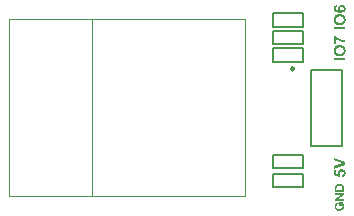
<source format=gto>
G04*
G04 #@! TF.GenerationSoftware,Altium Limited,Altium Designer,22.1.2 (22)*
G04*
G04 Layer_Color=65535*
%FSLAX44Y44*%
%MOMM*%
G71*
G04*
G04 #@! TF.SameCoordinates,9297B7E3-83E3-42CA-A819-2C289E2C524A*
G04*
G04*
G04 #@! TF.FilePolarity,Positive*
G04*
G01*
G75*
%ADD10C,0.2500*%
%ADD11C,0.1000*%
%ADD12C,0.2000*%
G36*
X206337Y61538D02*
X206426D01*
X206537Y61527D01*
X206659Y61516D01*
X206914Y61494D01*
X207181Y61449D01*
X207458Y61382D01*
X207724Y61305D01*
X207736D01*
X207758Y61294D01*
X207802Y61272D01*
X207869Y61249D01*
X207935Y61227D01*
X208013Y61183D01*
X208213Y61094D01*
X208424Y60983D01*
X208657Y60839D01*
X208879Y60672D01*
X209090Y60483D01*
X209112Y60461D01*
X209156Y60406D01*
X209223Y60317D01*
X209312Y60195D01*
X209412Y60039D01*
X209512Y59862D01*
X209611Y59640D01*
X209700Y59396D01*
Y59384D01*
X209711Y59373D01*
Y59340D01*
X209722Y59307D01*
X209745Y59185D01*
X209778Y59029D01*
X209811Y58841D01*
X209834Y58608D01*
X209845Y58330D01*
X209856Y58030D01*
Y55122D01*
X202175D01*
Y58186D01*
X202186Y58274D01*
X202197Y58485D01*
X202208Y58719D01*
X202241Y58963D01*
X202274Y59196D01*
X202330Y59407D01*
Y59418D01*
X202341Y59440D01*
X202352Y59473D01*
X202363Y59518D01*
X202419Y59651D01*
X202496Y59806D01*
X202596Y59984D01*
X202719Y60184D01*
X202863Y60372D01*
X203040Y60561D01*
Y60572D01*
X203063Y60583D01*
X203129Y60639D01*
X203240Y60728D01*
X203384Y60827D01*
X203562Y60950D01*
X203773Y61072D01*
X204017Y61194D01*
X204284Y61294D01*
X204295D01*
X204317Y61305D01*
X204361Y61316D01*
X204417Y61338D01*
X204483Y61349D01*
X204572Y61371D01*
X204672Y61394D01*
X204783Y61427D01*
X204905Y61449D01*
X205049Y61471D01*
X205194Y61494D01*
X205360Y61505D01*
X205704Y61538D01*
X206093Y61549D01*
X206104D01*
X206137D01*
X206182D01*
X206248D01*
X206337Y61538D01*
D02*
G37*
G36*
X209856Y51925D02*
X204794Y48806D01*
X209856D01*
Y47375D01*
X202175D01*
Y48873D01*
X207347Y52048D01*
X202175D01*
Y53479D01*
X209856D01*
Y51925D01*
D02*
G37*
G36*
X208846Y45909D02*
X208868Y45876D01*
X208901Y45843D01*
X208946Y45787D01*
X208990Y45732D01*
X209101Y45576D01*
X209223Y45366D01*
X209367Y45121D01*
X209512Y44844D01*
X209645Y44511D01*
Y44500D01*
X209656Y44466D01*
X209678Y44422D01*
X209700Y44355D01*
X209722Y44267D01*
X209756Y44167D01*
X209789Y44056D01*
X209822Y43934D01*
X209889Y43656D01*
X209944Y43334D01*
X209989Y43001D01*
X210000Y42646D01*
Y42524D01*
X209989Y42446D01*
Y42335D01*
X209978Y42213D01*
X209956Y42080D01*
X209933Y41925D01*
X209878Y41603D01*
X209789Y41247D01*
X209667Y40881D01*
X209589Y40715D01*
X209501Y40537D01*
X209489Y40526D01*
X209478Y40504D01*
X209445Y40448D01*
X209401Y40393D01*
X209356Y40315D01*
X209290Y40237D01*
X209212Y40138D01*
X209123Y40038D01*
X208923Y39816D01*
X208668Y39594D01*
X208379Y39383D01*
X208046Y39194D01*
X208035D01*
X208002Y39172D01*
X207946Y39150D01*
X207880Y39127D01*
X207791Y39094D01*
X207691Y39050D01*
X207569Y39016D01*
X207436Y38972D01*
X207292Y38928D01*
X207125Y38894D01*
X206781Y38817D01*
X206404Y38772D01*
X205993Y38750D01*
X205982D01*
X205937D01*
X205871D01*
X205793Y38761D01*
X205682D01*
X205560Y38772D01*
X205427Y38794D01*
X205271Y38817D01*
X204950Y38872D01*
X204583Y38961D01*
X204217Y39083D01*
X204039Y39161D01*
X203862Y39249D01*
X203851Y39261D01*
X203817Y39272D01*
X203773Y39305D01*
X203706Y39338D01*
X203629Y39394D01*
X203540Y39460D01*
X203440Y39538D01*
X203329Y39616D01*
X203218Y39716D01*
X203096Y39827D01*
X202974Y39949D01*
X202852Y40082D01*
X202741Y40226D01*
X202619Y40371D01*
X202419Y40715D01*
Y40726D01*
X202397Y40748D01*
X202386Y40792D01*
X202352Y40848D01*
X202330Y40925D01*
X202297Y41003D01*
X202263Y41114D01*
X202219Y41225D01*
X202186Y41347D01*
X202152Y41492D01*
X202119Y41647D01*
X202086Y41802D01*
X202041Y42158D01*
X202030Y42557D01*
Y42690D01*
X202041Y42790D01*
X202052Y42912D01*
X202064Y43057D01*
X202075Y43212D01*
X202108Y43379D01*
X202175Y43734D01*
X202286Y44100D01*
X202352Y44289D01*
X202430Y44466D01*
X202519Y44633D01*
X202630Y44788D01*
X202641Y44799D01*
X202652Y44822D01*
X202696Y44866D01*
X202741Y44921D01*
X202796Y44988D01*
X202874Y45055D01*
X202963Y45132D01*
X203063Y45221D01*
X203174Y45310D01*
X203296Y45399D01*
X203429Y45488D01*
X203584Y45565D01*
X203740Y45654D01*
X203906Y45721D01*
X204095Y45787D01*
X204284Y45832D01*
X204572Y44289D01*
X204561D01*
X204550Y44278D01*
X204483Y44255D01*
X204384Y44211D01*
X204250Y44145D01*
X204106Y44067D01*
X203962Y43956D01*
X203817Y43823D01*
X203684Y43667D01*
X203673Y43645D01*
X203629Y43590D01*
X203573Y43490D01*
X203518Y43368D01*
X203451Y43201D01*
X203407Y43012D01*
X203362Y42801D01*
X203351Y42557D01*
Y42457D01*
X203362Y42391D01*
X203373Y42302D01*
X203384Y42202D01*
X203407Y42091D01*
X203429Y41969D01*
X203507Y41714D01*
X203562Y41580D01*
X203629Y41447D01*
X203706Y41314D01*
X203784Y41181D01*
X203895Y41059D01*
X204006Y40937D01*
X204017Y40925D01*
X204039Y40914D01*
X204073Y40881D01*
X204128Y40848D01*
X204195Y40803D01*
X204272Y40748D01*
X204372Y40693D01*
X204483Y40648D01*
X204617Y40593D01*
X204761Y40537D01*
X204916Y40482D01*
X205083Y40437D01*
X205271Y40404D01*
X205482Y40371D01*
X205693Y40360D01*
X205926Y40348D01*
X205937D01*
X205982D01*
X206059D01*
X206148Y40360D01*
X206270Y40371D01*
X206392Y40382D01*
X206548Y40404D01*
X206703Y40426D01*
X207036Y40493D01*
X207380Y40604D01*
X207547Y40670D01*
X207702Y40748D01*
X207858Y40848D01*
X207991Y40948D01*
X208002Y40959D01*
X208024Y40981D01*
X208057Y41014D01*
X208102Y41059D01*
X208146Y41125D01*
X208213Y41192D01*
X208268Y41281D01*
X208335Y41381D01*
X208402Y41492D01*
X208457Y41603D01*
X208568Y41880D01*
X208612Y42035D01*
X208646Y42191D01*
X208668Y42368D01*
X208679Y42546D01*
Y42635D01*
X208668Y42724D01*
X208657Y42857D01*
X208635Y43001D01*
X208601Y43168D01*
X208557Y43345D01*
X208490Y43523D01*
Y43534D01*
X208479Y43545D01*
X208457Y43601D01*
X208413Y43700D01*
X208357Y43811D01*
X208291Y43945D01*
X208213Y44089D01*
X208124Y44233D01*
X208024Y44366D01*
X207036D01*
Y42590D01*
X205738D01*
Y45932D01*
X208823D01*
X208846Y45909D01*
D02*
G37*
G36*
X211067Y80103D02*
Y77974D01*
X201312Y74478D01*
Y76607D01*
X208529Y79088D01*
X201312Y81470D01*
Y83571D01*
X211067Y80103D01*
D02*
G37*
G36*
X207994Y74055D02*
X208106D01*
X208233Y74027D01*
X208374Y74013D01*
X208515Y73985D01*
X208853Y73900D01*
X209220Y73773D01*
X209417Y73689D01*
X209601Y73604D01*
X209784Y73491D01*
X209967Y73364D01*
X209981Y73350D01*
X210024Y73322D01*
X210080Y73266D01*
X210165Y73195D01*
X210263Y73096D01*
X210376Y72970D01*
X210489Y72829D01*
X210602Y72674D01*
X210728Y72490D01*
X210841Y72293D01*
X210954Y72081D01*
X211053Y71842D01*
X211137Y71588D01*
X211194Y71320D01*
X211236Y71024D01*
X211250Y70714D01*
Y70587D01*
X211236Y70489D01*
X211222Y70376D01*
X211208Y70235D01*
X211194Y70094D01*
X211165Y69925D01*
X211081Y69586D01*
X210940Y69206D01*
X210869Y69022D01*
X210771Y68839D01*
X210658Y68670D01*
X210531Y68501D01*
X210517Y68487D01*
X210503Y68459D01*
X210461Y68416D01*
X210404Y68360D01*
X210320Y68303D01*
X210235Y68219D01*
X210136Y68148D01*
X210024Y68064D01*
X209883Y67965D01*
X209742Y67881D01*
X209403Y67726D01*
X209023Y67585D01*
X208811Y67542D01*
X208586Y67500D01*
X208388Y69361D01*
X208417D01*
X208487Y69375D01*
X208614Y69403D01*
X208755Y69445D01*
X208910Y69502D01*
X209079Y69586D01*
X209234Y69699D01*
X209389Y69826D01*
X209403Y69840D01*
X209446Y69896D01*
X209502Y69981D01*
X209573Y70094D01*
X209643Y70221D01*
X209699Y70376D01*
X209742Y70559D01*
X209756Y70742D01*
Y70771D01*
X209742Y70841D01*
X209727Y70954D01*
X209699Y71095D01*
X209643Y71250D01*
X209558Y71419D01*
X209431Y71588D01*
X209276Y71743D01*
X209248Y71757D01*
X209192Y71814D01*
X209079Y71870D01*
X208910Y71955D01*
X208713Y72025D01*
X208473Y72096D01*
X208177Y72138D01*
X207838Y72152D01*
X207824D01*
X207796D01*
X207754D01*
X207684D01*
X207528Y72138D01*
X207331Y72096D01*
X207106Y72053D01*
X206880Y71983D01*
X206668Y71884D01*
X206485Y71743D01*
X206471Y71729D01*
X206415Y71673D01*
X206344Y71574D01*
X206246Y71461D01*
X206161Y71306D01*
X206091Y71123D01*
X206034Y70911D01*
X206020Y70686D01*
Y70601D01*
X206034Y70545D01*
X206062Y70404D01*
X206105Y70207D01*
X206189Y69981D01*
X206316Y69741D01*
X206401Y69615D01*
X206499Y69488D01*
X206612Y69361D01*
X206739Y69234D01*
X206528Y67726D01*
X201439Y68684D01*
Y73632D01*
X203186D01*
Y70094D01*
X204850Y69798D01*
Y69812D01*
X204836Y69826D01*
X204794Y69911D01*
X204751Y70037D01*
X204681Y70192D01*
X204624Y70390D01*
X204582Y70601D01*
X204540Y70841D01*
X204526Y71081D01*
Y71207D01*
X204540Y71292D01*
X204554Y71391D01*
X204568Y71518D01*
X204596Y71659D01*
X204639Y71814D01*
X204751Y72138D01*
X204822Y72321D01*
X204906Y72490D01*
X205019Y72674D01*
X205146Y72857D01*
X205287Y73026D01*
X205442Y73195D01*
X205456Y73209D01*
X205484Y73238D01*
X205541Y73280D01*
X205611Y73336D01*
X205696Y73393D01*
X205809Y73477D01*
X205935Y73548D01*
X206076Y73632D01*
X206231Y73717D01*
X206415Y73787D01*
X206612Y73872D01*
X206809Y73928D01*
X207035Y73985D01*
X207275Y74027D01*
X207528Y74055D01*
X207796Y74069D01*
X207810D01*
X207853D01*
X207909D01*
X207994Y74055D01*
D02*
G37*
G36*
X208191Y213053D02*
X208318Y213039D01*
X208459Y213025D01*
X208628Y212997D01*
X208797Y212955D01*
X209192Y212856D01*
X209389Y212786D01*
X209587Y212687D01*
X209784Y212588D01*
X209981Y212475D01*
X210179Y212334D01*
X210348Y212179D01*
X210362Y212165D01*
X210390Y212137D01*
X210432Y212095D01*
X210489Y212024D01*
X210559Y211940D01*
X210630Y211827D01*
X210714Y211714D01*
X210799Y211573D01*
X210884Y211418D01*
X210968Y211249D01*
X211038Y211066D01*
X211109Y210854D01*
X211165Y210643D01*
X211208Y210417D01*
X211236Y210178D01*
X211250Y209924D01*
Y209853D01*
X211236Y209783D01*
Y209684D01*
X211208Y209557D01*
X211194Y209402D01*
X211151Y209247D01*
X211109Y209064D01*
X211053Y208881D01*
X210968Y208683D01*
X210884Y208472D01*
X210771Y208275D01*
X210644Y208063D01*
X210489Y207866D01*
X210306Y207668D01*
X210108Y207485D01*
X210094Y207471D01*
X210052Y207443D01*
X209981Y207401D01*
X209883Y207344D01*
X209756Y207260D01*
X209601Y207189D01*
X209417Y207104D01*
X209206Y207020D01*
X208952Y206921D01*
X208684Y206837D01*
X208374Y206766D01*
X208022Y206696D01*
X207655Y206625D01*
X207246Y206583D01*
X206809Y206555D01*
X206330Y206541D01*
X206316D01*
X206302D01*
X206260D01*
X206217D01*
X206076D01*
X205893Y206555D01*
X205668Y206569D01*
X205414Y206597D01*
X205132Y206625D01*
X204836Y206667D01*
X204526Y206710D01*
X204202Y206780D01*
X203877Y206865D01*
X203553Y206964D01*
X203257Y207076D01*
X202961Y207203D01*
X202693Y207358D01*
X202453Y207527D01*
X202439Y207542D01*
X202397Y207570D01*
X202341Y207626D01*
X202270Y207711D01*
X202171Y207809D01*
X202073Y207922D01*
X201960Y208063D01*
X201847Y208218D01*
X201749Y208401D01*
X201636Y208585D01*
X201537Y208810D01*
X201439Y209036D01*
X201368Y209275D01*
X201312Y209543D01*
X201269Y209811D01*
X201255Y210107D01*
Y210220D01*
X201269Y210290D01*
Y210389D01*
X201283Y210502D01*
X201340Y210756D01*
X201410Y211038D01*
X201523Y211348D01*
X201678Y211658D01*
X201777Y211799D01*
X201890Y211940D01*
Y211954D01*
X201918Y211968D01*
X201960Y212010D01*
X202002Y212053D01*
X202073Y212123D01*
X202143Y212179D01*
X202341Y212334D01*
X202609Y212490D01*
X202919Y212645D01*
X203271Y212786D01*
X203694Y212884D01*
X203891Y211080D01*
X203863D01*
X203807Y211066D01*
X203708Y211038D01*
X203581Y211009D01*
X203454Y210967D01*
X203313Y210897D01*
X203186Y210826D01*
X203074Y210727D01*
X203060Y210713D01*
X203031Y210671D01*
X202989Y210615D01*
X202933Y210530D01*
X202890Y210431D01*
X202848Y210305D01*
X202820Y210149D01*
X202806Y209994D01*
Y209966D01*
X202820Y209896D01*
X202834Y209783D01*
X202876Y209642D01*
X202933Y209487D01*
X203031Y209318D01*
X203158Y209149D01*
X203342Y208993D01*
X203370Y208979D01*
X203398Y208951D01*
X203454Y208923D01*
X203511Y208895D01*
X203595Y208853D01*
X203694Y208824D01*
X203821Y208782D01*
X203962Y208726D01*
X204117Y208683D01*
X204300Y208641D01*
X204498Y208599D01*
X204723Y208556D01*
X204977Y208528D01*
X205259Y208500D01*
X205555Y208472D01*
X205541Y208486D01*
X205513Y208500D01*
X205484Y208542D01*
X205428Y208599D01*
X205357Y208669D01*
X205287Y208754D01*
X205132Y208951D01*
X204991Y209205D01*
X204850Y209501D01*
X204794Y209670D01*
X204765Y209839D01*
X204737Y210023D01*
X204723Y210220D01*
Y210333D01*
X204737Y210417D01*
X204751Y210516D01*
X204765Y210629D01*
X204794Y210770D01*
X204836Y210911D01*
X204949Y211221D01*
X205019Y211390D01*
X205104Y211559D01*
X205202Y211728D01*
X205329Y211898D01*
X205470Y212067D01*
X205625Y212222D01*
X205639Y212236D01*
X205668Y212264D01*
X205710Y212306D01*
X205780Y212349D01*
X205879Y212419D01*
X205978Y212490D01*
X206105Y212560D01*
X206246Y212645D01*
X206401Y212729D01*
X206584Y212800D01*
X206767Y212870D01*
X206979Y212941D01*
X207190Y212983D01*
X207430Y213025D01*
X207669Y213053D01*
X207937Y213067D01*
X207951D01*
X208008D01*
X208078D01*
X208191Y213053D01*
D02*
G37*
G36*
X206429Y205399D02*
X206598D01*
X206795Y205371D01*
X207021Y205342D01*
X207289Y205300D01*
X207557Y205258D01*
X207853Y205187D01*
X208163Y205103D01*
X208473Y204990D01*
X208783Y204863D01*
X209079Y204722D01*
X209375Y204539D01*
X209657Y204342D01*
X209925Y204116D01*
X209939Y204102D01*
X209981Y204060D01*
X210052Y203989D01*
X210136Y203876D01*
X210235Y203749D01*
X210348Y203594D01*
X210461Y203411D01*
X210587Y203214D01*
X210714Y202974D01*
X210827Y202720D01*
X210940Y202438D01*
X211038Y202128D01*
X211123Y201804D01*
X211194Y201452D01*
X211236Y201085D01*
X211250Y200690D01*
Y200592D01*
X211236Y200479D01*
X211222Y200338D01*
X211208Y200155D01*
X211180Y199943D01*
X211137Y199704D01*
X211081Y199450D01*
X211010Y199168D01*
X210926Y198900D01*
X210813Y198604D01*
X210686Y198322D01*
X210545Y198026D01*
X210362Y197758D01*
X210165Y197490D01*
X209925Y197237D01*
X209911Y197222D01*
X209869Y197180D01*
X209784Y197124D01*
X209685Y197039D01*
X209544Y196941D01*
X209375Y196828D01*
X209192Y196715D01*
X208966Y196602D01*
X208727Y196475D01*
X208445Y196363D01*
X208149Y196250D01*
X207824Y196151D01*
X207472Y196067D01*
X207091Y196010D01*
X206683Y195968D01*
X206260Y195954D01*
X206246D01*
X206189D01*
X206119D01*
X206006Y195968D01*
X205879D01*
X205738Y195982D01*
X205569Y195996D01*
X205386Y196010D01*
X204991Y196067D01*
X204568Y196137D01*
X204145Y196250D01*
X203750Y196391D01*
X203736D01*
X203722Y196405D01*
X203680Y196433D01*
X203624Y196447D01*
X203482Y196532D01*
X203299Y196630D01*
X203088Y196757D01*
X202876Y196912D01*
X202637Y197096D01*
X202411Y197293D01*
X202397Y197307D01*
X202383Y197321D01*
X202313Y197392D01*
X202200Y197519D01*
X202073Y197674D01*
X201932Y197857D01*
X201777Y198068D01*
X201636Y198308D01*
X201523Y198562D01*
Y198576D01*
X201509Y198604D01*
X201481Y198660D01*
X201467Y198731D01*
X201424Y198815D01*
X201396Y198914D01*
X201368Y199041D01*
X201326Y199168D01*
X201255Y199478D01*
X201185Y199830D01*
X201142Y200239D01*
X201128Y200662D01*
Y200761D01*
X201142Y200874D01*
Y201015D01*
X201171Y201198D01*
X201199Y201409D01*
X201241Y201649D01*
X201297Y201903D01*
X201368Y202171D01*
X201453Y202453D01*
X201565Y202734D01*
X201692Y203030D01*
X201847Y203312D01*
X202031Y203594D01*
X202242Y203862D01*
X202482Y204116D01*
X202496Y204130D01*
X202538Y204172D01*
X202623Y204243D01*
X202721Y204313D01*
X202862Y204412D01*
X203031Y204525D01*
X203229Y204638D01*
X203454Y204764D01*
X203694Y204891D01*
X203976Y205004D01*
X204286Y205117D01*
X204610Y205215D01*
X204977Y205300D01*
X205357Y205357D01*
X205766Y205399D01*
X206203Y205413D01*
X206231D01*
X206302D01*
X206429Y205399D01*
D02*
G37*
G36*
X211067Y192500D02*
X201312D01*
Y194474D01*
X211067D01*
Y192500D01*
D02*
G37*
G36*
X202806Y186677D02*
X202834Y186648D01*
X202876Y186606D01*
X202933Y186550D01*
X203017Y186479D01*
X203116Y186395D01*
X203229Y186296D01*
X203370Y186183D01*
X203525Y186070D01*
X203694Y185944D01*
X203877Y185803D01*
X204075Y185662D01*
X204300Y185521D01*
X204526Y185380D01*
X204779Y185225D01*
X205047Y185070D01*
X205061Y185055D01*
X205118Y185027D01*
X205188Y184985D01*
X205301Y184929D01*
X205428Y184872D01*
X205597Y184788D01*
X205780Y184703D01*
X205978Y184604D01*
X206203Y184506D01*
X206443Y184407D01*
X206697Y184294D01*
X206964Y184195D01*
X207542Y183998D01*
X208149Y183815D01*
X208163D01*
X208219Y183801D01*
X208304Y183773D01*
X208431Y183744D01*
X208571Y183716D01*
X208727Y183688D01*
X208924Y183646D01*
X209121Y183603D01*
X209347Y183561D01*
X209572Y183533D01*
X210066Y183463D01*
X210573Y183420D01*
X211067Y183406D01*
Y181602D01*
X211038D01*
X210982D01*
X210869Y181616D01*
X210714D01*
X210531Y181630D01*
X210320Y181658D01*
X210066Y181686D01*
X209798Y181728D01*
X209502Y181771D01*
X209178Y181827D01*
X208839Y181898D01*
X208473Y181968D01*
X208106Y182067D01*
X207726Y182166D01*
X207345Y182292D01*
X206950Y182433D01*
X206922Y182447D01*
X206852Y182476D01*
X206739Y182518D01*
X206598Y182574D01*
X206415Y182659D01*
X206189Y182758D01*
X205949Y182870D01*
X205682Y182997D01*
X205400Y183138D01*
X205104Y183293D01*
X204779Y183463D01*
X204469Y183660D01*
X203807Y184069D01*
X203172Y184534D01*
Y180291D01*
X201439D01*
Y186691D01*
X202792D01*
X202806Y186677D01*
D02*
G37*
G36*
X206429Y179149D02*
X206598D01*
X206795Y179121D01*
X207021Y179092D01*
X207289Y179050D01*
X207557Y179008D01*
X207853Y178937D01*
X208163Y178853D01*
X208473Y178740D01*
X208783Y178613D01*
X209079Y178472D01*
X209375Y178289D01*
X209657Y178092D01*
X209925Y177866D01*
X209939Y177852D01*
X209981Y177810D01*
X210052Y177739D01*
X210136Y177626D01*
X210235Y177499D01*
X210348Y177344D01*
X210460Y177161D01*
X210587Y176964D01*
X210714Y176724D01*
X210827Y176470D01*
X210940Y176188D01*
X211038Y175878D01*
X211123Y175554D01*
X211194Y175202D01*
X211236Y174835D01*
X211250Y174440D01*
Y174342D01*
X211236Y174229D01*
X211222Y174088D01*
X211208Y173905D01*
X211180Y173693D01*
X211137Y173454D01*
X211081Y173200D01*
X211010Y172918D01*
X210926Y172650D01*
X210813Y172354D01*
X210686Y172072D01*
X210545Y171776D01*
X210362Y171508D01*
X210165Y171240D01*
X209925Y170987D01*
X209911Y170972D01*
X209869Y170930D01*
X209784Y170874D01*
X209685Y170789D01*
X209544Y170691D01*
X209375Y170578D01*
X209192Y170465D01*
X208966Y170352D01*
X208727Y170225D01*
X208445Y170113D01*
X208149Y170000D01*
X207824Y169901D01*
X207472Y169817D01*
X207091Y169760D01*
X206682Y169718D01*
X206260Y169704D01*
X206245D01*
X206189D01*
X206119D01*
X206006Y169718D01*
X205879D01*
X205738Y169732D01*
X205569Y169746D01*
X205386Y169760D01*
X204991Y169817D01*
X204568Y169887D01*
X204145Y170000D01*
X203750Y170141D01*
X203736D01*
X203722Y170155D01*
X203680Y170183D01*
X203624Y170197D01*
X203482Y170282D01*
X203299Y170380D01*
X203088Y170507D01*
X202876Y170662D01*
X202637Y170846D01*
X202411Y171043D01*
X202397Y171057D01*
X202383Y171071D01*
X202313Y171142D01*
X202200Y171269D01*
X202073Y171424D01*
X201932Y171607D01*
X201777Y171818D01*
X201636Y172058D01*
X201523Y172312D01*
Y172326D01*
X201509Y172354D01*
X201481Y172410D01*
X201467Y172481D01*
X201424Y172565D01*
X201396Y172664D01*
X201368Y172791D01*
X201326Y172918D01*
X201255Y173228D01*
X201185Y173580D01*
X201142Y173989D01*
X201128Y174412D01*
Y174511D01*
X201142Y174624D01*
Y174765D01*
X201171Y174948D01*
X201199Y175159D01*
X201241Y175399D01*
X201297Y175653D01*
X201368Y175921D01*
X201453Y176203D01*
X201565Y176485D01*
X201692Y176780D01*
X201847Y177062D01*
X202031Y177344D01*
X202242Y177612D01*
X202482Y177866D01*
X202496Y177880D01*
X202538Y177922D01*
X202623Y177993D01*
X202721Y178063D01*
X202862Y178162D01*
X203031Y178275D01*
X203229Y178388D01*
X203454Y178514D01*
X203694Y178641D01*
X203976Y178754D01*
X204286Y178867D01*
X204610Y178965D01*
X204977Y179050D01*
X205357Y179107D01*
X205766Y179149D01*
X206203Y179163D01*
X206231D01*
X206302D01*
X206429Y179149D01*
D02*
G37*
G36*
X211067Y166250D02*
X201312D01*
Y168224D01*
X211067D01*
Y166250D01*
D02*
G37*
%LPC*%
G36*
X206026Y59951D02*
X206015D01*
X205982D01*
X205937D01*
X205882D01*
X205804D01*
X205715Y59939D01*
X205527Y59928D01*
X205305Y59906D01*
X205072Y59884D01*
X204861Y59840D01*
X204661Y59784D01*
X204650D01*
X204639Y59773D01*
X204583Y59751D01*
X204494Y59717D01*
X204384Y59673D01*
X204272Y59606D01*
X204150Y59529D01*
X204028Y59440D01*
X203917Y59340D01*
X203906Y59329D01*
X203873Y59296D01*
X203829Y59229D01*
X203773Y59151D01*
X203706Y59040D01*
X203651Y58918D01*
X203595Y58785D01*
X203551Y58630D01*
Y58619D01*
X203540Y58563D01*
X203529Y58474D01*
X203507Y58352D01*
Y58274D01*
X203496Y58175D01*
Y58075D01*
X203484Y57964D01*
Y57831D01*
X203473Y57686D01*
Y56676D01*
X208557D01*
Y58041D01*
X208546Y58186D01*
Y58341D01*
X208524Y58496D01*
X208513Y58641D01*
X208490Y58763D01*
Y58785D01*
X208468Y58829D01*
X208446Y58896D01*
X208413Y58985D01*
X208368Y59085D01*
X208313Y59185D01*
X208246Y59285D01*
X208169Y59384D01*
X208157Y59396D01*
X208124Y59429D01*
X208069Y59473D01*
X207991Y59529D01*
X207891Y59584D01*
X207769Y59662D01*
X207614Y59717D01*
X207436Y59784D01*
X207425D01*
X207414Y59795D01*
X207380D01*
X207336Y59806D01*
X207292Y59829D01*
X207225Y59840D01*
X207059Y59873D01*
X206859Y59895D01*
X206626Y59928D01*
X206337Y59939D01*
X206026Y59951D01*
D02*
G37*
G36*
X207965Y211235D02*
X207951D01*
X207923D01*
X207867D01*
X207810D01*
X207641Y211221D01*
X207430Y211193D01*
X207204Y211136D01*
X206964Y211080D01*
X206739Y210981D01*
X206556Y210854D01*
X206542Y210840D01*
X206485Y210784D01*
X206415Y210713D01*
X206330Y210601D01*
X206246Y210460D01*
X206175Y210305D01*
X206119Y210121D01*
X206105Y209924D01*
Y209839D01*
X206133Y209727D01*
X206161Y209600D01*
X206217Y209459D01*
X206288Y209304D01*
X206401Y209149D01*
X206542Y209008D01*
X206556Y208993D01*
X206626Y208951D01*
X206725Y208895D01*
X206852Y208824D01*
X207035Y208754D01*
X207246Y208697D01*
X207500Y208655D01*
X207796Y208641D01*
X207810D01*
X207838D01*
X207881D01*
X207951D01*
X208106Y208669D01*
X208318Y208697D01*
X208543Y208740D01*
X208783Y208810D01*
X209009Y208909D01*
X209206Y209050D01*
X209220Y209064D01*
X209276Y209120D01*
X209361Y209219D01*
X209446Y209332D01*
X209544Y209473D01*
X209615Y209628D01*
X209671Y209811D01*
X209699Y210009D01*
Y210093D01*
X209671Y210192D01*
X209643Y210319D01*
X209601Y210445D01*
X209530Y210601D01*
X209431Y210742D01*
X209305Y210882D01*
X209291Y210897D01*
X209220Y210939D01*
X209121Y210995D01*
X208980Y211066D01*
X208797Y211122D01*
X208572Y211178D01*
X208290Y211221D01*
X207965Y211235D01*
D02*
G37*
G36*
X206161Y203383D02*
X206147D01*
X206091D01*
X206006D01*
X205879Y203369D01*
X205738Y203355D01*
X205583Y203341D01*
X205400Y203326D01*
X205217Y203284D01*
X204808Y203200D01*
X204385Y203073D01*
X204173Y202988D01*
X203990Y202889D01*
X203807Y202763D01*
X203638Y202636D01*
X203624Y202622D01*
X203595Y202608D01*
X203567Y202565D01*
X203511Y202509D01*
X203440Y202424D01*
X203370Y202340D01*
X203299Y202241D01*
X203215Y202114D01*
X203144Y201987D01*
X203074Y201832D01*
X202933Y201508D01*
X202876Y201325D01*
X202848Y201127D01*
X202820Y200916D01*
X202806Y200690D01*
Y200578D01*
X202820Y200493D01*
X202834Y200380D01*
X202848Y200268D01*
X202905Y199986D01*
X203017Y199675D01*
X203074Y199506D01*
X203158Y199337D01*
X203257Y199182D01*
X203370Y199013D01*
X203497Y198858D01*
X203652Y198717D01*
X203666Y198703D01*
X203694Y198689D01*
X203736Y198646D01*
X203807Y198604D01*
X203906Y198548D01*
X204004Y198491D01*
X204131Y198421D01*
X204286Y198350D01*
X204455Y198280D01*
X204639Y198209D01*
X204850Y198153D01*
X205075Y198097D01*
X205329Y198054D01*
X205597Y198012D01*
X205879Y197998D01*
X206189Y197984D01*
X206203D01*
X206260D01*
X206344D01*
X206457Y197998D01*
X206598Y198012D01*
X206767Y198026D01*
X206936Y198054D01*
X207134Y198082D01*
X207542Y198167D01*
X207951Y198308D01*
X208163Y198393D01*
X208360Y198491D01*
X208543Y198618D01*
X208713Y198745D01*
X208727Y198759D01*
X208755Y198787D01*
X208797Y198830D01*
X208839Y198886D01*
X208910Y198956D01*
X208980Y199055D01*
X209065Y199154D01*
X209135Y199281D01*
X209305Y199548D01*
X209431Y199887D01*
X209488Y200070D01*
X209530Y200268D01*
X209558Y200479D01*
X209573Y200690D01*
Y200803D01*
X209558Y200888D01*
X209544Y200986D01*
X209530Y201099D01*
X209460Y201367D01*
X209361Y201677D01*
X209291Y201832D01*
X209220Y202001D01*
X209121Y202157D01*
X209009Y202326D01*
X208882Y202481D01*
X208727Y202622D01*
X208713Y202636D01*
X208684Y202650D01*
X208642Y202692D01*
X208572Y202734D01*
X208473Y202805D01*
X208360Y202861D01*
X208233Y202932D01*
X208078Y203002D01*
X207909Y203073D01*
X207726Y203143D01*
X207514Y203214D01*
X207275Y203270D01*
X207035Y203312D01*
X206767Y203355D01*
X206471Y203369D01*
X206161Y203383D01*
D02*
G37*
G36*
X206161Y177133D02*
X206147D01*
X206091D01*
X206006D01*
X205879Y177119D01*
X205738Y177105D01*
X205583Y177091D01*
X205400Y177076D01*
X205217Y177034D01*
X204808Y176950D01*
X204385Y176823D01*
X204173Y176738D01*
X203990Y176639D01*
X203807Y176513D01*
X203638Y176386D01*
X203624Y176372D01*
X203595Y176358D01*
X203567Y176315D01*
X203511Y176259D01*
X203440Y176174D01*
X203370Y176090D01*
X203299Y175991D01*
X203215Y175864D01*
X203144Y175737D01*
X203074Y175582D01*
X202933Y175258D01*
X202876Y175075D01*
X202848Y174877D01*
X202820Y174666D01*
X202806Y174440D01*
Y174328D01*
X202820Y174243D01*
X202834Y174130D01*
X202848Y174018D01*
X202904Y173736D01*
X203017Y173425D01*
X203074Y173256D01*
X203158Y173087D01*
X203257Y172932D01*
X203370Y172763D01*
X203497Y172608D01*
X203652Y172467D01*
X203666Y172453D01*
X203694Y172439D01*
X203736Y172396D01*
X203807Y172354D01*
X203905Y172298D01*
X204004Y172241D01*
X204131Y172171D01*
X204286Y172100D01*
X204455Y172030D01*
X204639Y171959D01*
X204850Y171903D01*
X205075Y171847D01*
X205329Y171804D01*
X205597Y171762D01*
X205879Y171748D01*
X206189Y171734D01*
X206203D01*
X206260D01*
X206344D01*
X206457Y171748D01*
X206598Y171762D01*
X206767Y171776D01*
X206936Y171804D01*
X207134Y171832D01*
X207542Y171917D01*
X207951Y172058D01*
X208163Y172143D01*
X208360Y172241D01*
X208543Y172368D01*
X208713Y172495D01*
X208727Y172509D01*
X208755Y172537D01*
X208797Y172580D01*
X208839Y172636D01*
X208910Y172707D01*
X208980Y172805D01*
X209065Y172904D01*
X209135Y173031D01*
X209305Y173298D01*
X209431Y173637D01*
X209488Y173820D01*
X209530Y174018D01*
X209558Y174229D01*
X209572Y174440D01*
Y174553D01*
X209558Y174638D01*
X209544Y174736D01*
X209530Y174849D01*
X209460Y175117D01*
X209361Y175427D01*
X209291Y175582D01*
X209220Y175751D01*
X209121Y175907D01*
X209009Y176076D01*
X208882Y176231D01*
X208727Y176372D01*
X208713Y176386D01*
X208684Y176400D01*
X208642Y176442D01*
X208571Y176485D01*
X208473Y176555D01*
X208360Y176611D01*
X208233Y176682D01*
X208078Y176752D01*
X207909Y176823D01*
X207726Y176893D01*
X207514Y176964D01*
X207275Y177020D01*
X207035Y177062D01*
X206767Y177105D01*
X206471Y177119D01*
X206161Y177133D01*
D02*
G37*
%LPD*%
D10*
X167400Y159100D02*
G03*
X167400Y159100I-1250J0D01*
G01*
D11*
X-3750Y51250D02*
Y201250D01*
X-73750D02*
X126250D01*
X-73750Y51250D02*
Y201250D01*
Y51250D02*
X126250D01*
Y201250D01*
D12*
X149400Y58850D02*
X174900D01*
X149400Y70350D02*
X174900D01*
Y58850D02*
Y70350D01*
X149400Y58850D02*
Y70350D01*
Y74850D02*
X174900D01*
X149400Y86350D02*
X174900D01*
Y74850D02*
Y86350D01*
X149400Y74850D02*
Y86350D01*
X182150Y93600D02*
X208150D01*
X182150Y157600D02*
X208150D01*
Y93600D02*
Y157600D01*
X182150Y93600D02*
Y157600D01*
X149600Y179850D02*
X175100D01*
X149600Y191350D02*
X175100D01*
Y179850D02*
Y191350D01*
X149600Y179850D02*
Y191350D01*
X149400Y164850D02*
X174900D01*
X149400Y176350D02*
X174900D01*
Y164850D02*
Y176350D01*
X149400Y164850D02*
Y176350D01*
X150000Y194750D02*
X175500D01*
X150000Y206250D02*
X175500D01*
Y194750D02*
Y206250D01*
X150000Y194750D02*
Y206250D01*
M02*

</source>
